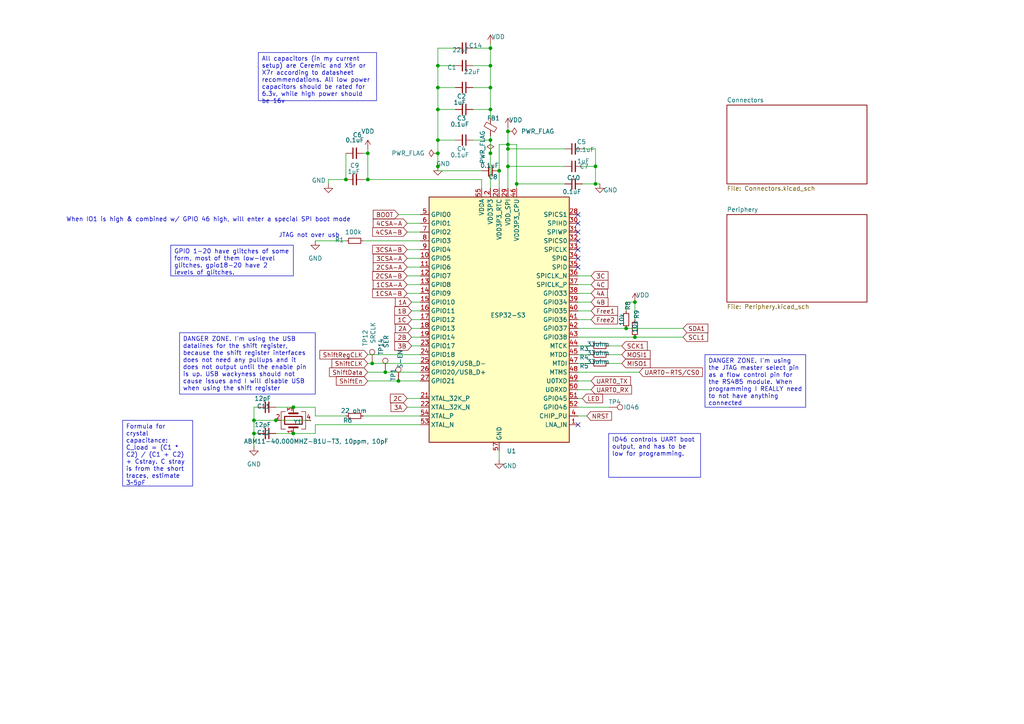
<source format=kicad_sch>
(kicad_sch (version 20231120) (generator "eeschema") (generator_version "8.0")
  (paper "A4")
  (title_block (title "CACKLE -  Hub") (date "2024-10-08") (rev "V1") (comment 1 "Licensed under CERN-OHL-S v2") (comment 2 "Author: Asher Edwards"))
  (lib_symbols
    (symbol "Connector:TestPoint" (pin_numbers hide) (pin_names (offset 0.762) hide)
      (property "Reference" "TP" (at 0 6.858 0))
      (property "Value" "TestPoint" (at 0 5.08 0))
      (symbol "TestPoint_0_1"
        (circle (center 0 3.302) (radius 0.762))
      )
      (symbol "TestPoint_1_1"
        (pin passive line (at 0 0 90) (length 2.54) (name "1") (number "1"))
      )
    )
    (symbol "Device:C_Small" (pin_numbers hide) (pin_names (offset 0.254) hide)
      (property "Reference" "C" (at 0.254 1.778 0))
      (property "Value" "C_Small" (at 0.254 -2.032 0))
      (symbol "C_Small_0_1"
        (polyline (pts (xy -1.524 -0.508) (xy 1.524 -0.508)) (stroke (width 0.3302)))
        (polyline (pts (xy -1.524 0.508) (xy 1.524 0.508)) (stroke (width 0.3048)))
      )
      (symbol "C_Small_1_1"
        (pin passive line (at 0 2.54 270) (length 2.032) (name "~") (number "1"))
        (pin passive line (at 0 -2.54 90) (length 2.032) (name "~") (number "2"))
      )
    )
    (symbol "Device:Crystal_GND24" (pin_names (offset 1.016) hide)
      (property "Reference" "Y" (at 3.175 5.08 0))
      (property "Value" "Crystal_GND24" (at 3.175 3.175 0))
      (symbol "Crystal_GND24_0_1"
        (rectangle (start -1.143 2.54) (end 1.143 -2.54) (stroke (width 0.3048)))
        (polyline (pts (xy -2.54 0) (xy -2.032 0)))
        (polyline (pts (xy -2.032 -1.27) (xy -2.032 1.27)) (stroke (width 0.508)))
        (polyline (pts (xy 0 -3.81) (xy 0 -3.556)))
        (polyline (pts (xy 0 3.556) (xy 0 3.81)))
        (polyline (pts (xy 2.032 -1.27) (xy 2.032 1.27)) (stroke (width 0.508)))
        (polyline (pts (xy 2.032 0) (xy 2.54 0)))
        (polyline (pts (xy -2.54 -2.286) (xy -2.54 -3.556) (xy 2.54 -3.556) (xy 2.54 -2.286)))
        (polyline (pts (xy -2.54 2.286) (xy -2.54 3.556) (xy 2.54 3.556) (xy 2.54 2.286)))
      )
      (symbol "Crystal_GND24_1_1"
        (pin passive line (at -3.81 0 0) (length 1.27) (name "1") (number "1"))
        (pin passive line (at 0 5.08 270) (length 1.27) (name "2") (number "2"))
        (pin passive line (at 3.81 0 180) (length 1.27) (name "3") (number "3"))
        (pin passive line (at 0 -5.08 90) (length 1.27) (name "4") (number "4"))
      )
    )
    (symbol "Device:FerriteBead_Small" (pin_numbers hide) (pin_names (offset 0))
      (property "Reference" "FB" (at 1.905 1.27 0))
      (property "Value" "FerriteBead_Small" (at 1.905 -1.27 0))
      (symbol "FerriteBead_Small_0_1"
        (polyline (pts (xy 0 -1.27) (xy 0 -0.7874)))
        (polyline (pts (xy 0 0.889) (xy 0 1.2954)))
        (polyline (pts (xy -1.8288 0.2794) (xy -1.1176 1.4986) (xy 1.8288 -0.2032) (xy 1.1176 -1.4224) (xy -1.8288 0.2794)))
      )
      (symbol "FerriteBead_Small_1_1"
        (pin passive line (at 0 2.54 270) (length 1.27) (name "~") (number "1"))
        (pin passive line (at 0 -2.54 90) (length 1.27) (name "~") (number "2"))
      )
    )
    (symbol "Device:R_Small" (pin_numbers hide) (pin_names (offset 0.254) hide)
      (property "Reference" "R" (at 0.762 0.508 0))
      (property "Value" "R_Small" (at 0.762 -1.016 0))
      (symbol "R_Small_0_1"
        (rectangle (start -0.762 1.778) (end 0.762 -1.778) (stroke (width 0.2032)))
      )
      (symbol "R_Small_1_1"
        (pin passive line (at 0 2.54 270) (length 0.762) (name "~") (number "1"))
        (pin passive line (at 0 -2.54 90) (length 0.762) (name "~") (number "2"))
      )
    )
    (symbol "MCU_Espressif:ESP32-S3"
      (property "Reference" "U" (at 10.16 -38.1 0))
      (property "Value" "ESP32-S3" (at 13.97 -40.64 0))
      (symbol "ESP32-S3_0_1"
        (rectangle (start -20.32 35.56) (end 20.32 -35.56) (stroke (width 0.254)) (fill (type background)))
      )
      (symbol "ESP32-S3_1_0"
        (pin bidirectional line (at 22.86 12.7 180) (length 2.54) (name "SPICLK_N") (number "36"))
        (pin bidirectional line (at 22.86 -10.16 180) (length 2.54) (name "MTDO") (number "45"))
        (pin bidirectional line (at 22.86 -22.86 180) (length 2.54) (name "GPIO45") (number "51"))
        (pin passive line (at -5.08 38.1 270) (length 2.54) hide (name "VDDA") (number "56"))
      )
      (symbol "ESP32-S3_1_1"
        (pin bidirectional line (at 22.86 -30.48 180) (length 2.54) (name "LNA_IN") (number "1"))
        (pin bidirectional line (at -22.86 17.78 0) (length 2.54) (name "GPIO5") (number "10"))
        (pin bidirectional line (at -22.86 15.24 0) (length 2.54) (name "GPIO6") (number "11"))
        (pin bidirectional line (at -22.86 12.7 0) (length 2.54) (name "GPIO7") (number "12"))
        (pin bidirectional line (at -22.86 10.16 0) (length 2.54) (name "GPIO8") (number "13"))
        (pin bidirectional line (at -22.86 7.62 0) (length 2.54) (name "GPIO9") (number "14"))
        (pin bidirectional line (at -22.86 5.08 0) (length 2.54) (name "GPIO10") (number "15"))
        (pin bidirectional line (at -22.86 2.54 0) (length 2.54) (name "GPIO11") (number "16"))
        (pin bidirectional line (at -22.86 0 0) (length 2.54) (name "GPIO12") (number "17"))
        (pin bidirectional line (at -22.86 -2.54 0) (length 2.54) (name "GPIO13") (number "18"))
        (pin bidirectional line (at -22.86 -5.08 0) (length 2.54) (name "GPIO14") (number "19"))
        (pin power_in line (at -2.54 38.1 270) (length 2.54) (name "VDD3P3") (number "2"))
        (pin power_in line (at 0 38.1 270) (length 2.54) (name "VDD3P3_RTC") (number "20"))
        (pin passive line (at -22.86 -22.86 0) (length 2.54) (name "XTAL_32K_P") (number "21"))
        (pin passive line (at -22.86 -25.4 0) (length 2.54) (name "XTAL_32K_N") (number "22"))
        (pin bidirectional line (at -22.86 -7.62 0) (length 2.54) (name "GPIO17") (number "23"))
        (pin bidirectional line (at -22.86 -10.16 0) (length 2.54) (name "GPIO18") (number "24"))
        (pin bidirectional line (at -22.86 -12.7 0) (length 2.54) (name "GPIO19/USB_D-") (number "25"))
        (pin bidirectional line (at -22.86 -15.24 0) (length 2.54) (name "GPIO20/USB_D+") (number "26"))
        (pin bidirectional line (at -22.86 -17.78 0) (length 2.54) (name "GPIO21") (number "27"))
        (pin bidirectional line (at 22.86 30.48 180) (length 2.54) (name "SPICS1") (number "28"))
        (pin power_in line (at 2.54 38.1 270) (length 2.54) (name "VDD_SPI") (number "29"))
        (pin passive line (at -2.54 38.1 270) (length 2.54) hide (name "VDD3P3") (number "3"))
        (pin bidirectional line (at 22.86 27.94 180) (length 2.54) (name "SPIHD") (number "30"))
        (pin bidirectional line (at 22.86 25.4 180) (length 2.54) (name "SPIWP") (number "31"))
        (pin bidirectional line (at 22.86 22.86 180) (length 2.54) (name "SPICS0") (number "32"))
        (pin bidirectional line (at 22.86 20.32 180) (length 2.54) (name "SPICLK") (number "33"))
        (pin bidirectional line (at 22.86 17.78 180) (length 2.54) (name "SPIQ") (number "34"))
        (pin bidirectional line (at 22.86 15.24 180) (length 2.54) (name "SPID") (number "35"))
        (pin bidirectional line (at 22.86 10.16 180) (length 2.54) (name "SPICLK_P") (number "37"))
        (pin bidirectional line (at 22.86 7.62 180) (length 2.54) (name "GPIO33") (number "38"))
        (pin bidirectional line (at 22.86 5.08 180) (length 2.54) (name "GPIO34") (number "39"))
        (pin input line (at 22.86 -27.94 180) (length 2.54) (name "CHIP_PU") (number "4"))
        (pin bidirectional line (at 22.86 2.54 180) (length 2.54) (name "GPIO35") (number "40"))
        (pin bidirectional line (at 22.86 0 180) (length 2.54) (name "GPIO36") (number "41"))
        (pin bidirectional line (at 22.86 -2.54 180) (length 2.54) (name "GPIO37") (number "42"))
        (pin bidirectional line (at 22.86 -5.08 180) (length 2.54) (name "GPIO38") (number "43"))
        (pin bidirectional line (at 22.86 -7.62 180) (length 2.54) (name "MTCK") (number "44"))
        (pin power_in line (at 5.08 38.1 270) (length 2.54) (name "VDD3P3_CPU") (number "46"))
        (pin bidirectional line (at 22.86 -12.7 180) (length 2.54) (name "MTDI") (number "47"))
        (pin bidirectional line (at 22.86 -15.24 180) (length 2.54) (name "MTMS") (number "48"))
        (pin bidirectional line (at 22.86 -17.78 180) (length 2.54) (name "U0TXD") (number "49"))
        (pin bidirectional line (at -22.86 30.48 0) (length 2.54) (name "GPIO0") (number "5"))
        (pin bidirectional line (at 22.86 -20.32 180) (length 2.54) (name "U0RXD") (number "50"))
        (pin bidirectional line (at 22.86 -25.4 180) (length 2.54) (name "GPIO46") (number "52"))
        (pin output line (at -22.86 -30.48 0) (length 2.54) (name "XTAL_N") (number "53"))
        (pin input line (at -22.86 -27.94 0) (length 2.54) (name "XTAL_P") (number "54"))
        (pin power_in line (at -5.08 38.1 270) (length 2.54) (name "VDDA") (number "55"))
        (pin power_in line (at 0 -38.1 90) (length 2.54) (name "GND") (number "57"))
        (pin bidirectional line (at -22.86 27.94 0) (length 2.54) (name "GPIO1") (number "6"))
        (pin bidirectional line (at -22.86 25.4 0) (length 2.54) (name "GPIO2") (number "7"))
        (pin bidirectional line (at -22.86 22.86 0) (length 2.54) (name "GPIO3") (number "8"))
        (pin bidirectional line (at -22.86 20.32 0) (length 2.54) (name "GPIO4") (number "9"))
      )
    )
    (symbol "power:GND" (power) (pin_numbers hide) (pin_names (offset 0) hide)
      (property "Value" "GND" (at 0 -3.81 0))
      (symbol "GND_0_1"
        (polyline (pts (xy 0 0) (xy 0 -1.27) (xy 1.27 -1.27) (xy 0 -2.54) (xy -1.27 -1.27) (xy 0 -1.27)))
      )
      (symbol "GND_1_1"
        (pin power_in line (at 0 0 270) (length 0) (name "~") (number "1"))
      )
    )
    (symbol "power:PWR_FLAG" (power) (pin_numbers hide) (pin_names (offset 0) hide)
      (property "Value" "PWR_FLAG" (at 0 3.81 0))
      (symbol "PWR_FLAG_0_0"
        (pin power_out line (at 0 0 90) (length 0) (name "~") (number "1"))
      )
      (symbol "PWR_FLAG_0_1"
        (polyline (pts (xy 0 0) (xy 0 1.27) (xy -1.016 1.905) (xy 0 2.54) (xy 1.016 1.905) (xy 0 1.27)))
      )
    )
    (symbol "power:VDD" (power) (pin_numbers hide) (pin_names (offset 0) hide)
      (property "Value" "VDD" (at 0 3.556 0))
      (symbol "VDD_0_1"
        (polyline (pts (xy -0.762 1.27) (xy 0 2.54)))
        (polyline (pts (xy 0 0) (xy 0 2.54)))
        (polyline (pts (xy 0 2.54) (xy 0.762 1.27)))
      )
      (symbol "VDD_1_1"
        (pin power_in line (at 0 0 90) (length 0) (name "~") (number "1"))
      )
    )
  )
  (junction (at 85.09 125.73))
  (junction (at 181.61 95.25))
  (junction (at 127 40.64))
  (junction (at 142.24 13.97))
  (junction (at 73.66 125.73))
  (junction (at 111.76 107.95))
  (junction (at 127 48.26))
  (junction (at 147.32 48.26))
  (junction (at 142.24 44.45))
  (junction (at 147.32 38.1))
  (junction (at 172.72 53.34))
  (junction (at 107.95 105.41))
  (junction (at 142.24 31.75))
  (junction (at 149.86 53.34))
  (junction (at 106.68 44.45))
  (junction (at 172.72 48.26))
  (junction (at 127 19.05))
  (junction (at 184.15 87.63))
  (junction (at 142.24 19.05))
  (junction (at 127 44.45))
  (junction (at 73.66 121.92))
  (junction (at 115.57 110.49))
  (junction (at 184.15 97.79))
  (junction (at 147.32 43.18))
  (junction (at 142.24 25.4))
  (junction (at 100.33 52.07))
  (junction (at 147.32 41.91))
  (junction (at 142.24 40.64))
  (junction (at 80.01 121.92))
  (junction (at 144.78 49.53))
  (junction (at 106.68 52.07))
  (junction (at 85.09 118.11))
  (junction (at 127 31.75))
  (junction (at 127 25.4))
  (no_connect (at 167.64 64.77))
  (no_connect (at 167.64 74.93))
  (no_connect (at 167.64 62.23))
  (no_connect (at 167.64 69.85))
  (no_connect (at 167.64 72.39))
  (no_connect (at 167.64 67.31))
  (no_connect (at 167.64 77.47))
  (no_connect (at 167.64 123.19))
  (wire (pts (xy 181.61 87.63) (xy 184.15 87.63)))
  (wire (pts (xy 119.38 87.63) (xy 121.92 87.63)))
  (wire (pts (xy 144.78 41.91) (xy 144.78 49.53)))
  (wire (pts (xy 167.64 87.63) (xy 171.45 87.63)))
  (wire (pts (xy 132.08 13.97) (xy 127 13.97)))
  (wire (pts (xy 142.24 44.45) (xy 142.24 54.61)))
  (wire (pts (xy 168.91 53.34) (xy 172.72 53.34)))
  (wire (pts (xy 105.41 120.65) (xy 121.92 120.65)))
  (wire (pts (xy 167.64 105.41) (xy 171.45 105.41)))
  (wire (pts (xy 73.66 121.92) (xy 73.66 125.73)))
  (wire (pts (xy 144.78 49.53) (xy 144.78 54.61)))
  (wire (pts (xy 167.64 102.87) (xy 171.45 102.87)))
  (wire (pts (xy 73.66 125.73) (xy 73.66 129.54)))
  (wire (pts (xy 132.08 31.75) (xy 127 31.75)))
  (wire (pts (xy 172.72 48.26) (xy 172.72 53.34)))
  (wire (pts (xy 118.11 64.77) (xy 121.92 64.77)))
  (wire (pts (xy 127 48.26) (xy 127 49.53)))
  (wire (pts (xy 132.08 19.05) (xy 127 19.05)))
  (wire (pts (xy 142.24 39.37) (xy 142.24 40.64)))
  (wire (pts (xy 181.61 90.17) (xy 181.61 87.63)))
  (wire (pts (xy 111.76 107.95) (xy 121.92 107.95)))
  (wire (pts (xy 176.53 102.87) (xy 180.34 102.87)))
  (wire (pts (xy 137.16 19.05) (xy 142.24 19.05)))
  (wire (pts (xy 167.64 95.25) (xy 181.61 95.25)))
  (wire (pts (xy 106.68 44.45) (xy 106.68 43.18)))
  (wire (pts (xy 176.53 118.11) (xy 167.64 118.11)))
  (wire (pts (xy 91.44 69.85) (xy 100.33 69.85)))
  (wire (pts (xy 105.41 69.85) (xy 121.92 69.85)))
  (wire (pts (xy 149.86 41.91) (xy 149.86 53.34)))
  (wire (pts (xy 142.24 34.29) (xy 142.24 31.75)))
  (wire (pts (xy 73.66 121.92) (xy 80.01 121.92)))
  (wire (pts (xy 171.45 80.01) (xy 167.64 80.01)))
  (wire (pts (xy 167.64 90.17) (xy 171.45 90.17)))
  (wire (pts (xy 198.12 95.25) (xy 181.61 95.25)))
  (wire (pts (xy 171.45 113.03) (xy 167.64 113.03)))
  (wire (pts (xy 119.38 100.33) (xy 121.92 100.33)))
  (wire (pts (xy 142.24 12.7) (xy 142.24 13.97)))
  (wire (pts (xy 119.38 95.25) (xy 121.92 95.25)))
  (wire (pts (xy 91.44 120.65) (xy 100.33 120.65)))
  (wire (pts (xy 147.32 41.91) (xy 147.32 43.18)))
  (wire (pts (xy 95.25 52.07) (xy 100.33 52.07)))
  (wire (pts (xy 127 44.45) (xy 127 48.26)))
  (wire (pts (xy 127 49.53) (xy 139.7 49.53)))
  (wire (pts (xy 118.11 118.11) (xy 121.92 118.11)))
  (wire (pts (xy 106.68 102.87) (xy 121.92 102.87)))
  (wire (pts (xy 105.41 52.07) (xy 106.68 52.07)))
  (wire (pts (xy 73.66 125.73) (xy 74.93 125.73)))
  (wire (pts (xy 118.11 115.57) (xy 121.92 115.57)))
  (wire (pts (xy 80.01 121.92) (xy 90.17 121.92)))
  (wire (pts (xy 119.38 97.79) (xy 121.92 97.79)))
  (wire (pts (xy 100.33 44.45) (xy 100.33 52.07)))
  (wire (pts (xy 184.15 87.63) (xy 184.15 92.71)))
  (wire (pts (xy 176.53 105.41) (xy 180.34 105.41)))
  (wire (pts (xy 139.7 54.61) (xy 139.7 52.07)))
  (wire (pts (xy 142.24 13.97) (xy 142.24 19.05)))
  (wire (pts (xy 105.41 44.45) (xy 106.68 44.45)))
  (wire (pts (xy 167.64 85.09) (xy 171.45 85.09)))
  (wire (pts (xy 168.91 115.57) (xy 167.64 115.57)))
  (wire (pts (xy 115.57 62.23) (xy 121.92 62.23)))
  (wire (pts (xy 163.83 53.34) (xy 149.86 53.34)))
  (wire (pts (xy 73.66 118.11) (xy 73.66 121.92)))
  (wire (pts (xy 127 31.75) (xy 127 40.64)))
  (wire (pts (xy 144.78 41.91) (xy 147.32 41.91)))
  (wire (pts (xy 118.11 67.31) (xy 121.92 67.31)))
  (wire (pts (xy 127 13.97) (xy 127 19.05)))
  (wire (pts (xy 127 25.4) (xy 127 31.75)))
  (wire (pts (xy 127 19.05) (xy 127 25.4)))
  (wire (pts (xy 147.32 36.83) (xy 147.32 38.1)))
  (wire (pts (xy 107.95 105.41) (xy 121.92 105.41)))
  (wire (pts (xy 85.09 118.11) (xy 91.44 118.11)))
  (wire (pts (xy 173.99 53.34) (xy 172.72 53.34)))
  (wire (pts (xy 106.68 110.49) (xy 115.57 110.49)))
  (wire (pts (xy 121.92 123.19) (xy 91.44 123.19)))
  (wire (pts (xy 118.11 82.55) (xy 121.92 82.55)))
  (wire (pts (xy 118.11 72.39) (xy 121.92 72.39)))
  (wire (pts (xy 91.44 118.11) (xy 91.44 120.65)))
  (wire (pts (xy 95.25 53.34) (xy 95.25 52.07)))
  (wire (pts (xy 149.86 53.34) (xy 149.86 54.61)))
  (wire (pts (xy 73.66 118.11) (xy 74.93 118.11)))
  (wire (pts (xy 119.38 92.71) (xy 121.92 92.71)))
  (wire (pts (xy 127 40.64) (xy 132.08 40.64)))
  (wire (pts (xy 147.32 48.26) (xy 147.32 54.61)))
  (wire (pts (xy 163.83 48.26) (xy 147.32 48.26)))
  (wire (pts (xy 118.11 80.01) (xy 121.92 80.01)))
  (wire (pts (xy 91.44 123.19) (xy 91.44 125.73)))
  (wire (pts (xy 106.68 107.95) (xy 111.76 107.95)))
  (wire (pts (xy 106.68 52.07) (xy 139.7 52.07)))
  (wire (pts (xy 137.16 13.97) (xy 142.24 13.97)))
  (wire (pts (xy 127 40.64) (xy 127 44.45)))
  (wire (pts (xy 184.15 97.79) (xy 198.12 97.79)))
  (wire (pts (xy 147.32 38.1) (xy 147.32 41.91)))
  (wire (pts (xy 119.38 90.17) (xy 121.92 90.17)))
  (wire (pts (xy 137.16 31.75) (xy 142.24 31.75)))
  (wire (pts (xy 170.18 120.65) (xy 167.64 120.65)))
  (wire (pts (xy 137.16 25.4) (xy 142.24 25.4)))
  (wire (pts (xy 171.45 110.49) (xy 167.64 110.49)))
  (wire (pts (xy 142.24 25.4) (xy 142.24 31.75)))
  (wire (pts (xy 142.24 19.05) (xy 142.24 25.4)))
  (wire (pts (xy 167.64 82.55) (xy 171.45 82.55)))
  (wire (pts (xy 80.01 125.73) (xy 85.09 125.73)))
  (wire (pts (xy 118.11 74.93) (xy 121.92 74.93)))
  (wire (pts (xy 163.83 43.18) (xy 147.32 43.18)))
  (wire (pts (xy 168.91 43.18) (xy 172.72 43.18)))
  (wire (pts (xy 180.34 100.33) (xy 176.53 100.33)))
  (wire (pts (xy 168.91 48.26) (xy 172.72 48.26)))
  (wire (pts (xy 167.64 97.79) (xy 184.15 97.79)))
  (wire (pts (xy 167.64 92.71) (xy 171.45 92.71)))
  (wire (pts (xy 80.01 118.11) (xy 85.09 118.11)))
  (wire (pts (xy 144.78 133.35) (xy 144.78 130.81)))
  (wire (pts (xy 118.11 77.47) (xy 121.92 77.47)))
  (wire (pts (xy 167.64 107.95) (xy 185.42 107.95)))
  (wire (pts (xy 167.64 100.33) (xy 171.45 100.33)))
  (wire (pts (xy 172.72 43.18) (xy 172.72 48.26)))
  (wire (pts (xy 147.32 43.18) (xy 147.32 48.26)))
  (wire (pts (xy 115.57 110.49) (xy 121.92 110.49)))
  (wire (pts (xy 142.24 40.64) (xy 142.24 44.45)))
  (wire (pts (xy 137.16 40.64) (xy 142.24 40.64)))
  (wire (pts (xy 118.11 85.09) (xy 121.92 85.09)))
  (wire (pts (xy 91.44 125.73) (xy 85.09 125.73)))
  (wire (pts (xy 106.68 105.41) (xy 107.95 105.41)))
  (wire (pts (xy 127 25.4) (xy 132.08 25.4)))
  (wire (pts (xy 149.86 41.91) (xy 147.32 41.91)))
  (wire (pts (xy 106.68 44.45) (xy 106.68 52.07)))
  (text_box "DANGER ZONE. I'm using the JTAG master select pin as a flow control pin for the RS485 module. When programming I REALLY need to not have anything connected" (at 204.47 102.87 0) (size 29.21 15.24) (effects (font (size 1.27 1.27)) (justify left top)))
  (text_box "DANGER ZONE. I'm using the USB datalines for the shift register, because the shift register interfaces does not need any pullups and it does not output until the enable pin is up. USB wackyness should not cause issues and I will disable USB when using the shift register" (at 52.07 96.52 0) (size 39.37 17.78) (effects (font (size 1.27 1.27)) (justify left top)))
  (text_box "All capacitors (in my current setup) are Ceremic and X5r or X7r according to datasheet recommendations. All low power capacitors should be rated for 6.3v, while high power should be 16v" (at 74.93 15.24 0) (size 34.29 13.97) (effects (font (size 1.27 1.27)) (justify left top)))
  (text_box "IO46 controls UART boot output, and has to be low for programming." (at 176.53 125.73 0) (size 26.67 12.7) (effects (font (size 1.27 1.27)) (justify left top)))
  (text_box "GPIO 1-20 have glitches of some form, most of them low-level glitches. gpio18-20 have 2 levels of glitches. " (at 49.53 71.12 0) (size 35.56 8.89) (effects (font (size 1.27 1.27)) (justify left top)))
  (text_box "Formula for crystal capacitance: C_load = (C1 * C2) / (C1 + C2) + Cstray. C stray is from the short traces, estimate 3~5pF" (at 35.56 121.92 0) (size 20.32 19.05) (effects (font (size 1.27 1.27)) (justify left top)))
  (text "JTAG not over usb" (at 89.662 68.326 0) (effects (font (size 1.27 1.27))))
  (text "When IO1 is high & combined w/ GPIO 46 high, will enter a special SPI boot mode" (at 60.452 63.754 0) (effects (font (size 1.27 1.27))))
  (global_label "2CSA-A" (shape input) (at 118.11 77.47 180) (property "Intersheetrefs" "${INTERSHEET_REFS}" (effects (hide yes))))
  (global_label "1CSA-A" (shape input) (at 118.11 82.55 180) (property "Intersheetrefs" "${INTERSHEET_REFS}" (effects (hide yes))))
  (global_label "LED" (shape input) (at 168.91 115.57 0) (property "Intersheetrefs" "${INTERSHEET_REFS}" (effects (hide yes))))
  (global_label "Free2" (shape input) (at 171.45 92.71 0) (property "Intersheetrefs" "${INTERSHEET_REFS}" (effects (hide yes))))
  (global_label "UART0_RX" (shape input) (at 171.45 113.03 0) (property "Intersheetrefs" "${INTERSHEET_REFS}" (effects (hide yes))))
  (global_label "4C" (shape input) (at 171.45 82.55 0) (property "Intersheetrefs" "${INTERSHEET_REFS}" (effects (hide yes))))
  (global_label "UART0-RTS{slash}CS0" (shape input) (at 185.42 107.95 0) (property "Intersheetrefs" "${INTERSHEET_REFS}" (effects (hide yes))))
  (global_label "4CSA-B" (shape input) (at 118.11 67.31 180) (property "Intersheetrefs" "${INTERSHEET_REFS}" (effects (hide yes))))
  (global_label "3B" (shape input) (at 119.38 100.33 180) (property "Intersheetrefs" "${INTERSHEET_REFS}" (effects (hide yes))))
  (global_label "1B" (shape input) (at 119.38 90.17 180) (property "Intersheetrefs" "${INTERSHEET_REFS}" (effects (hide yes))))
  (global_label "4A" (shape input) (at 171.45 85.09 0) (property "Intersheetrefs" "${INTERSHEET_REFS}" (effects (hide yes))))
  (global_label "3CSA-B" (shape input) (at 118.11 72.39 180) (property "Intersheetrefs" "${INTERSHEET_REFS}" (effects (hide yes))))
  (global_label "4CSA-A" (shape input) (at 118.11 64.77 180) (property "Intersheetrefs" "${INTERSHEET_REFS}" (effects (hide yes))))
  (global_label "ShiftEn" (shape input) (at 106.68 110.49 180) (property "Intersheetrefs" "${INTERSHEET_REFS}" (effects (hide yes))))
  (global_label "MISO1" (shape input) (at 180.34 105.41 0) (property "Intersheetrefs" "${INTERSHEET_REFS}" (effects (hide yes))))
  (global_label "ShiftRegCLK" (shape input) (at 106.68 102.87 180) (property "Intersheetrefs" "${INTERSHEET_REFS}" (effects (hide yes))))
  (global_label "1A" (shape input) (at 119.38 87.63 180) (property "Intersheetrefs" "${INTERSHEET_REFS}" (effects (hide yes))))
  (global_label "2B" (shape input) (at 119.38 97.79 180) (property "Intersheetrefs" "${INTERSHEET_REFS}" (effects (hide yes))))
  (global_label "SDA1" (shape input) (at 198.12 95.25 0) (property "Intersheetrefs" "${INTERSHEET_REFS}" (effects (hide yes))))
  (global_label "ShiftData" (shape input) (at 106.68 107.95 180) (property "Intersheetrefs" "${INTERSHEET_REFS}" (effects (hide yes))))
  (global_label "BOOT" (shape input) (at 115.57 62.23 180) (property "Intersheetrefs" "${INTERSHEET_REFS}" (effects (hide yes))))
  (global_label "2A" (shape input) (at 119.38 95.25 180) (property "Intersheetrefs" "${INTERSHEET_REFS}" (effects (hide yes))))
  (global_label "2C" (shape input) (at 118.11 115.57 180) (property "Intersheetrefs" "${INTERSHEET_REFS}" (effects (hide yes))))
  (global_label "MOSI1" (shape input) (at 180.34 102.87 0) (property "Intersheetrefs" "${INTERSHEET_REFS}" (effects (hide yes))))
  (global_label "3C" (shape input) (at 171.45 80.01 0) (property "Intersheetrefs" "${INTERSHEET_REFS}" (effects (hide yes))))
  (global_label "Free1" (shape input) (at 171.45 90.17 0) (property "Intersheetrefs" "${INTERSHEET_REFS}" (effects (hide yes))))
  (global_label "4B" (shape input) (at 171.45 87.63 0) (property "Intersheetrefs" "${INTERSHEET_REFS}" (effects (hide yes))))
  (global_label "NRST" (shape input) (at 170.18 120.65 0) (property "Intersheetrefs" "${INTERSHEET_REFS}" (effects (hide yes))))
  (global_label "3CSA-A" (shape input) (at 118.11 74.93 180) (property "Intersheetrefs" "${INTERSHEET_REFS}" (effects (hide yes))))
  (global_label "1CSA-B" (shape input) (at 118.11 85.09 180) (property "Intersheetrefs" "${INTERSHEET_REFS}" (effects (hide yes))))
  (global_label "3A" (shape input) (at 118.11 118.11 180) (property "Intersheetrefs" "${INTERSHEET_REFS}" (effects (hide yes))))
  (global_label "SCL1" (shape input) (at 198.12 97.79 0) (property "Intersheetrefs" "${INTERSHEET_REFS}" (effects (hide yes))))
  (global_label "1C" (shape input) (at 119.38 92.71 180) (property "Intersheetrefs" "${INTERSHEET_REFS}" (effects (hide yes))))
  (global_label "ShiftCLK" (shape input) (at 106.68 105.41 180) (property "Intersheetrefs" "${INTERSHEET_REFS}" (effects (hide yes))))
  (global_label "SCK1" (shape input) (at 180.34 100.33 0) (property "Intersheetrefs" "${INTERSHEET_REFS}" (effects (hide yes))))
  (global_label "2CSA-B" (shape input) (at 118.11 80.01 180) (property "Intersheetrefs" "${INTERSHEET_REFS}" (effects (hide yes))))
  (global_label "UART0_TX" (shape input) (at 171.45 110.49 0) (property "Intersheetrefs" "${INTERSHEET_REFS}" (effects (hide yes))))
  (symbol (lib_id "Connector:TestPoint") (at 176.53 118.11 270) (unit 1) (in_bom no)
    (property "Reference" "TP4" (at 178.308 116.586 90))
    (property "Value" "IO46" (at 183.134 118.11 90))
    (property "Footprint" "TestPoint:TestPoint_Pad_D1.0mm" (effects (hide yes)))
    (property "Description" "test point" (effects (hide yes)))
  )
  (symbol (lib_id "Device:Crystal_GND24") (at 85.09 121.92 90) (unit 1)
    (property "Reference" "Y1" (at 86.36 122.428 90))
    (property "Value" "ABM11-40.000MHZ-B1U-T3, 10ppm, 10pF" (at 91.694 128.016 90))
    (property "Footprint" "Crystal:Crystal_SMD_2016-4Pin_2.0x1.6mm" (effects (hide yes)))
    (property "Description" "Four pin crystal, GND on pins 2 and 4" (effects (hide yes)))
    (property "LCSC" "C648973" (effects (hide yes)))
  )
  (symbol (lib_id "Device:FerriteBead_Small") (at 142.24 36.83 180) (unit 1)
    (property "Reference" "FB1" (at 141.224 34.29 0) (effects (justify right)))
    (property "Value" "120ohm imp @100mhz, 1 amp" (effects (hide yes)))
    (property "Footprint" "Inductor_SMD:L_0402_1005Metric" (effects (hide yes)))
    (property "Description" "Ferrite bead, small symbol" (effects (hide yes)))
    (property "LCSC" "C82861" (effects (hide yes)))
  )
  (symbol (lib_id "Device:C_Small") (at 102.87 52.07 90) (unit 1)
    (property "Reference" "C9" (at 102.87 48.006 90))
    (property "Value" "1uF" (at 102.616 49.784 90))
    (property "Footprint" "Capacitor_SMD:C_0402_1005Metric" (effects (hide yes)))
    (property "Description" "Unpolarized capacitor, small symbol" (effects (hide yes)))
    (property "LCSC" "C52923" (effects (hide yes)))
  )
  (symbol (lib_id "Device:C_Small") (at 102.87 44.45 90) (unit 1)
    (property "Reference" "C6" (at 103.632 39.116 90))
    (property "Value" "0.1uF" (at 102.8763 40.64 90))
    (property "Footprint" "Capacitor_SMD:C_0402_1005Metric" (effects (hide yes)))
    (property "Description" "Unpolarized capacitor, small symbol" (effects (hide yes)))
    (property "LCSC" "C1525" (effects (hide yes)))
  )
  (symbol (lib_id "Device:C_Small") (at 142.24 49.53 270) (unit 1)
    (property "Reference" "C8" (at 143.002 51.308 90))
    (property "Value" "0.1uF" (at 141.986 48.006 90))
    (property "Footprint" "Capacitor_SMD:C_0402_1005Metric" (effects (hide yes)))
    (property "Description" "Unpolarized capacitor, small symbol" (effects (hide yes)))
    (property "LCSC" "C1525" (effects (hide yes)))
  )
  (symbol (lib_id "power:PWR_FLAG") (at 127 44.45 90) (unit 1)
    (property "Reference" "#FLG03" (effects (hide yes)))
    (property "Value" "PWR_FLAG" (at 123.19 44.4499 90) (effects (justify left)))
    (property "Description" "Special symbol for telling ERC where power comes from" (effects (hide yes)))
  )
  (symbol (lib_id "power:GND") (at 173.99 53.34 0) (unit 1)
    (property "Reference" "#PWR08" (effects (hide yes)))
    (property "Value" "GND" (at 177.038 55.118 0))
    (property "Description" "Power symbol creates a global label with name \"GND\" , ground" (effects (hide yes)))
  )
  (symbol (lib_id "power:GND") (at 127 48.26 0) (unit 1)
    (property "Reference" "#PWR07" (effects (hide yes)))
    (property "Value" "GND" (at 128.524 47.498 0))
    (property "Description" "Power symbol creates a global label with name \"GND\" , ground" (effects (hide yes)))
  )
  (symbol (lib_id "Connector:TestPoint") (at 115.57 110.49 0) (unit 1) (in_bom no)
    (property "Reference" "TP1" (at 114.046 108.712 90))
    (property "Value" "S-EN" (at 116.078 104.14 90))
    (property "Footprint" "TestPoint:TestPoint_Pad_D1.0mm" (effects (hide yes)))
    (property "Description" "test point" (effects (hide yes)))
  )
  (symbol (lib_id "power:GND") (at 95.25 53.34 0) (unit 1)
    (property "Reference" "#PWR09" (effects (hide yes)))
    (property "Value" "GND" (at 92.456 52.324 0))
    (property "Description" "Power symbol creates a global label with name \"GND\" , ground" (effects (hide yes)))
  )
  (symbol (lib_id "Connector:TestPoint") (at 111.76 107.95 0) (unit 1) (in_bom no)
    (property "Reference" "TP14" (at 110.49 100.584 90))
    (property "Value" "SER" (at 112.014 99.06 90))
    (property "Footprint" "TestPoint:TestPoint_Pad_D1.0mm" (effects (hide yes)))
    (property "Description" "test point" (effects (hide yes)))
  )
  (symbol (lib_id "Device:R_Small") (at 181.61 92.71 0) (unit 1)
    (property "Reference" "R8" (at 182.118 88.646 90))
    (property "Value" "10k" (at 180.34 92.71 90))
    (property "Footprint" "Resistor_SMD:R_0402_1005Metric" (effects (hide yes)))
    (property "Description" "Resistor, small symbol" (effects (hide yes)))
    (property "LCSC" "C25744" (effects (hide yes)))
  )
  (symbol (lib_id "Device:C_Small") (at 166.37 43.18 90) (unit 1)
    (property "Reference" "C5" (at 168.656 41.148 90))
    (property "Value" "0.1uF" (at 169.672 43.434 90))
    (property "Footprint" "Capacitor_SMD:C_0402_1005Metric" (effects (hide yes)))
    (property "Description" "Unpolarized capacitor, small symbol" (effects (hide yes)))
    (property "LCSC" "C1525" (effects (hide yes)))
  )
  (symbol (lib_id "power:VDD") (at 142.24 12.7 0) (unit 1)
    (property "Reference" "#PWR01" (effects (hide yes)))
    (property "Value" "VDD" (at 144.526 10.668 0))
    (property "Description" "Power symbol creates a global label with name \"VDD\"" (effects (hide yes)))
  )
  (symbol (lib_id "power:PWR_FLAG") (at 142.24 44.45 0) (unit 1)
    (property "Reference" "#FLG02" (effects (hide yes)))
    (property "Value" "PWR_FLAG" (at 139.954 42.672 90))
    (property "Description" "Special symbol for telling ERC where power comes from" (effects (hide yes)))
  )
  (symbol (lib_id "power:VDD") (at 184.15 87.63 0) (unit 1)
    (property "Reference" "#PWR029" (effects (hide yes)))
    (property "Value" "VDD" (at 186.436 85.598 0))
    (property "Description" "Power symbol creates a global label with name \"VDD\"" (effects (hide yes)))
  )
  (symbol (lib_id "power:GND") (at 144.78 133.35 0) (unit 1)
    (property "Reference" "#PWR019" (effects (hide yes)))
    (property "Value" "GND" (at 147.828 135.128 0))
    (property "Description" "Power symbol creates a global label with name \"GND\" , ground" (effects (hide yes)))
  )
  (symbol (lib_id "Device:C_Small") (at 134.62 31.75 270) (unit 1)
    (property "Reference" "C3" (at 133.858 34.29 90))
    (property "Value" "0.1uF" (at 133.35 36.068 90))
    (property "Footprint" "Capacitor_SMD:C_0402_1005Metric" (effects (hide yes)))
    (property "Description" "Unpolarized capacitor, small symbol" (effects (hide yes)))
    (property "LCSC" "C1525" (effects (hide yes)))
  )
  (symbol (lib_id "power:GND") (at 73.66 129.54 0) (unit 1)
    (property "Reference" "#PWR018" (effects (hide yes)))
    (property "Value" "GND" (at 73.66 134.62 0))
    (property "Description" "Power symbol creates a global label with name \"GND\" , ground" (effects (hide yes)))
  )
  (symbol (lib_id "Device:C_Small") (at 77.47 125.73 270) (unit 1)
    (property "Reference" "C12" (at 76.454 125.476 90))
    (property "Value" "12pF" (at 76.2 123.19 90))
    (property "Footprint" "Capacitor_SMD:C_0402_1005Metric" (effects (hide yes)))
    (property "Description" "Unpolarized capacitor, small symbol" (effects (hide yes)))
    (property "LCSC" "C1547" (effects (hide yes)))
  )
  (symbol (lib_id "power:GND") (at 91.44 69.85 0) (unit 1)
    (property "Reference" "#PWR012" (effects (hide yes)))
    (property "Value" "GND" (at 91.44 74.93 0))
    (property "Description" "Power symbol creates a global label with name \"GND\" , ground" (effects (hide yes)))
  )
  (symbol (lib_id "Connector:TestPoint") (at 107.95 105.41 0) (unit 1) (in_bom no)
    (property "Reference" "TP12" (at 105.918 98.044 90))
    (property "Value" "SRCLK" (at 108.204 96.52 90))
    (property "Footprint" "TestPoint:TestPoint_Pad_D1.0mm" (effects (hide yes)))
    (property "Description" "test point" (effects (hide yes)))
  )
  (symbol (lib_id "Device:C_Small") (at 134.62 40.64 270) (unit 1)
    (property "Reference" "C4" (at 133.858 43.18 90))
    (property "Value" "0.1uF" (at 133.35 44.958 90))
    (property "Footprint" "Capacitor_SMD:C_0402_1005Metric" (effects (hide yes)))
    (property "Description" "Unpolarized capacitor, small symbol" (effects (hide yes)))
    (property "LCSC" "C1525" (effects (hide yes)))
  )
  (symbol (lib_id "Device:R_Small") (at 173.99 100.33 90) (unit 1)
    (property "Reference" "R3" (at 169.418 101.092 90))
    (property "Value" "33ohm" (at 173.482 99.822 90))
    (property "Footprint" "Resistor_SMD:R_0402_1005Metric" (effects (hide yes)))
    (property "Description" "Resistor, small symbol" (effects (hide yes)))
    (property "LCSC" "C25105" (effects (hide yes)))
  )
  (symbol (lib_id "Device:R_Small") (at 184.15 95.25 0) (unit 1)
    (property "Reference" "R9" (at 184.658 91.186 90))
    (property "Value" "10k" (at 184.15 94.742 90))
    (property "Footprint" "Resistor_SMD:R_0402_1005Metric" (effects (hide yes)))
    (property "Description" "Resistor, small symbol" (effects (hide yes)))
    (property "LCSC" "C25744" (effects (hide yes)))
  )
  (symbol (lib_id "power:PWR_FLAG") (at 147.32 38.1 270) (unit 1)
    (property "Reference" "#FLG01" (effects (hide yes)))
    (property "Value" "PWR_FLAG" (at 151.13 38.0999 90) (effects (justify left)))
    (property "Description" "Special symbol for telling ERC where power comes from" (effects (hide yes)))
  )
  (symbol (lib_id "Device:R_Small") (at 173.99 105.41 90) (unit 1)
    (property "Reference" "R5" (at 169.418 106.172 90))
    (property "Value" "33ohm" (at 173.482 104.902 90))
    (property "Footprint" "Resistor_SMD:R_0402_1005Metric" (effects (hide yes)))
    (property "Description" "Resistor, small symbol" (effects (hide yes)))
    (property "LCSC" "C25105" (effects (hide yes)))
  )
  (symbol (lib_id "Device:C_Small") (at 166.37 53.34 90) (unit 1)
    (property "Reference" "C10" (at 166.37 51.562 90))
    (property "Value" "0.1uF" (at 165.862 55.626 90))
    (property "Footprint" "Capacitor_SMD:C_0402_1005Metric" (effects (hide yes)))
    (property "Description" "Unpolarized capacitor, small symbol" (effects (hide yes)))
    (property "LCSC" "C1525" (effects (hide yes)))
  )
  (symbol (lib_id "power:VDD") (at 147.32 36.83 0) (unit 1)
    (property "Reference" "#PWR03" (effects (hide yes)))
    (property "Value" "VDD" (at 149.606 34.798 0))
    (property "Description" "Power symbol creates a global label with name \"VDD\"" (effects (hide yes)))
  )
  (symbol (lib_id "Device:C_Small") (at 134.62 25.4 270) (unit 1)
    (property "Reference" "C2" (at 133.858 27.94 90))
    (property "Value" "1uF" (at 133.35 29.718 90))
    (property "Footprint" "Capacitor_SMD:C_0402_1005Metric" (effects (hide yes)))
    (property "Description" "Unpolarized capacitor, small symbol" (effects (hide yes)))
    (property "LCSC" "C52923" (effects (hide yes)))
  )
  (symbol (lib_id "MCU_Espressif:ESP32-S3") (at 144.78 92.71 0) (unit 1)
    (property "Reference" "U1" (at 146.9741 130.81 0) (effects (justify left)))
    (property "Value" "ESP32-S3" (at 142.24 91.44 0) (effects (justify left)))
    (property "Footprint" "Package_DFN_QFN:QFN-56-1EP_7x7mm_P0.4mm_EP4x4mm" (effects (hide yes)))
    (property "Datasheet" "https://www.espressif.com/sites/default/files/documentation/esp32-s3_datasheet_en.pdf" (effects (hide yes)))
    (property "Description" "Microcontroller, Wi-Fi 802.11b/g/n, Bluetooth, 32bit" (effects (hide yes)))
    (property "LCSC" "C3013940" (effects (hide yes)))
  )
  (symbol (lib_id "Device:R_Small") (at 173.99 102.87 90) (unit 1)
    (property "Reference" "R4" (at 169.418 103.632 90))
    (property "Value" "33ohm" (at 173.482 102.362 90))
    (property "Footprint" "Resistor_SMD:R_0402_1005Metric" (effects (hide yes)))
    (property "Description" "Resistor, small symbol" (effects (hide yes)))
    (property "LCSC" "C25105" (effects (hide yes)))
  )
  (symbol (lib_id "Device:C_Small") (at 166.37 48.26 90) (unit 1)
    (property "Reference" "C7" (at 169.418 48.26 90))
    (property "Value" "1uF" (at 169.164 46.736 90))
    (property "Footprint" "Capacitor_SMD:C_0402_1005Metric" (effects (hide yes)))
    (property "Description" "Unpolarized capacitor, small symbol" (effects (hide yes)))
    (property "LCSC" "C52923" (effects (hide yes)))
  )
  (symbol (lib_id "Device:C_Small") (at 134.62 13.97 270) (unit 1)
    (property "Reference" "C14" (at 137.922 13.208 90))
    (property "Value" "22uF" (at 133.604 14.478 90))
    (property "Footprint" "Capacitor_SMD:C_0402_1005Metric" (effects (hide yes)))
    (property "Description" "Unpolarized capacitor, small symbol" (effects (hide yes)))
    (property "LCSC" "C415703" (effects (hide yes)))
  )
  (symbol (lib_id "Device:R_Small") (at 102.87 120.65 90) (unit 1)
    (property "Reference" "R6" (at 100.838 121.92 90))
    (property "Value" "22 ohm" (at 102.616 119.126 90))
    (property "Footprint" "Resistor_SMD:R_0402_1005Metric" (effects (hide yes)))
    (property "Description" "Resistor, small symbol" (effects (hide yes)))
    (property "LCSC" "C25092" (effects (hide yes)))
  )
  (symbol (lib_id "Device:R_Small") (at 102.87 69.85 270) (unit 1)
    (property "Reference" "R1" (at 99.822 69.596 90) (effects (justify right)))
    (property "Value" "100k" (at 104.902 67.31 90) (effects (justify right)))
    (property "Footprint" "Resistor_SMD:R_0402_1005Metric" (effects (hide yes)))
    (property "Description" "Resistor, small symbol" (effects (hide yes)))
    (property "LCSC" "C25741" (effects (hide yes)))
  )
  (symbol (lib_id "Device:C_Small") (at 134.62 19.05 270) (unit 1)
    (property "Reference" "C1" (at 131.064 19.558 90))
    (property "Value" "22uF" (at 136.906 20.828 90))
    (property "Footprint" "Capacitor_SMD:C_0402_1005Metric" (effects (hide yes)))
    (property "Description" "Unpolarized capacitor, small symbol" (effects (hide yes)))
    (property "LCSC" "C415703" (effects (hide yes)))
  )
  (symbol (lib_id "Device:C_Small") (at 77.47 118.11 270) (unit 1)
    (property "Reference" "C11" (at 76.454 117.856 90))
    (property "Value" "12pF" (at 76.2 115.57 90))
    (property "Footprint" "Capacitor_SMD:C_0402_1005Metric" (effects (hide yes)))
    (property "Description" "Unpolarized capacitor, small symbol" (effects (hide yes)))
    (property "LCSC" "C1547" (effects (hide yes)))
  )
  (symbol (lib_id "power:VDD") (at 106.68 43.18 0) (unit 1)
    (property "Reference" "#PWR06" (effects (hide yes)))
    (property "Value" "VDD" (at 106.68 38.1 0))
    (property "Description" "Power symbol creates a global label with name \"VDD\"" (effects (hide yes)))
  )
  (sheet (at 210.82 62.23) (size 40.64 25.4) (stroke (width 0.1524))
    (property "Sheetname" "Periphery" (at 210.82 61.5184 0) (effects (justify left bottom)))
    (property "Sheetfile" "Periphery.kicad_sch" (at 210.82 88.2146 0) (effects (justify left top)))
  )
  (sheet (at 210.82 30.48) (size 40.64 22.86) (stroke (width 0.1524))
    (property "Sheetname" "Connectors" (at 210.82 29.7684 0) (effects (justify left bottom)))
    (property "Sheetfile" "Connectors.kicad_sch" (at 210.82 53.9246 0) (effects (justify left top)))
  )
)
</source>
